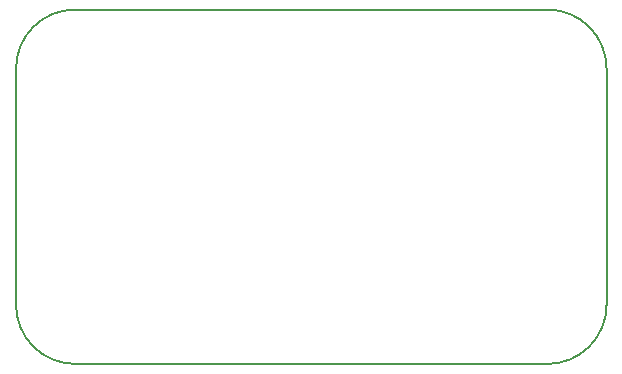
<source format=gm1>
G04 #@! TF.GenerationSoftware,KiCad,Pcbnew,(5.0.0)*
G04 #@! TF.CreationDate,2019-01-23T06:14:12+09:00*
G04 #@! TF.ProjectId,PDS,5044532E6B696361645F706362000000,rev?*
G04 #@! TF.SameCoordinates,Original*
G04 #@! TF.FileFunction,Profile,NP*
%FSLAX46Y46*%
G04 Gerber Fmt 4.6, Leading zero omitted, Abs format (unit mm)*
G04 Created by KiCad (PCBNEW (5.0.0)) date 01/23/19 06:14:12*
%MOMM*%
%LPD*%
G01*
G04 APERTURE LIST*
%ADD10C,0.150000*%
%ADD11C,0.200000*%
G04 APERTURE END LIST*
D10*
X110000000Y-130000000D02*
G75*
G02X105000000Y-135000000I-5000000J0D01*
G01*
X65000000Y-135000000D02*
G75*
G02X60000000Y-130000000I0J5000000D01*
G01*
D11*
X65000000Y-135000000D02*
X105000000Y-135000000D01*
X60000000Y-125000000D02*
X60000000Y-130000000D01*
X110000000Y-125000000D02*
X110000000Y-130000000D01*
D10*
X110000000Y-110000000D02*
X110000000Y-125000000D01*
X60000000Y-110000000D02*
X60000000Y-125000000D01*
X60000000Y-110000000D02*
G75*
G02X65000000Y-105000000I5000000J0D01*
G01*
X105000000Y-105000000D02*
G75*
G02X110000000Y-110000000I0J-5000000D01*
G01*
D11*
X65000000Y-105000000D02*
X105000000Y-105000000D01*
M02*

</source>
